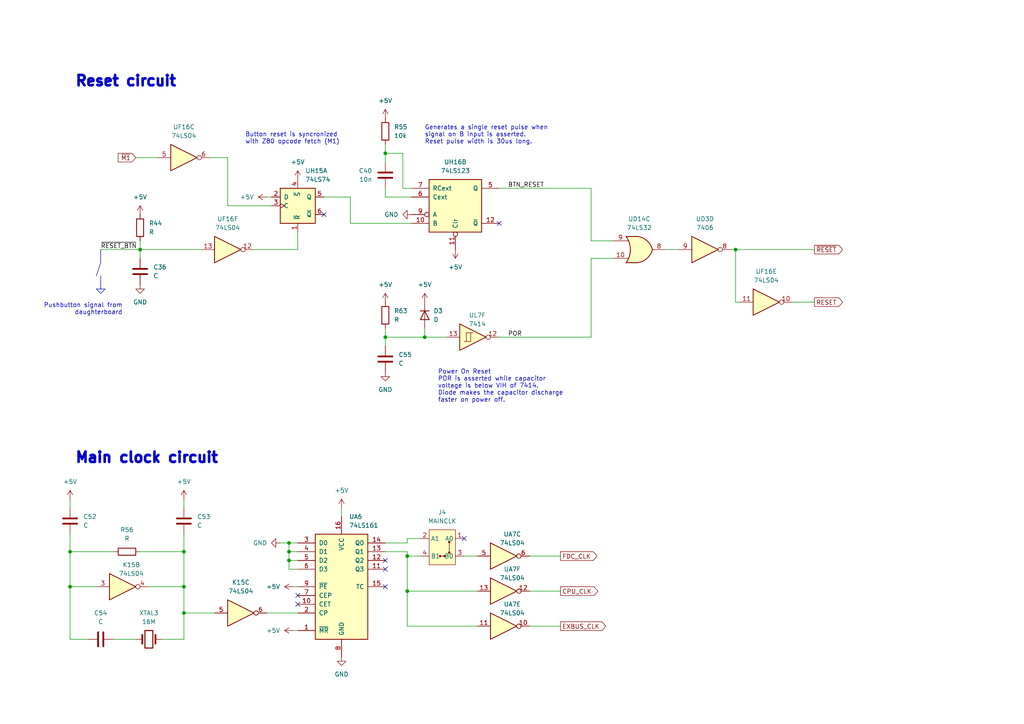
<source format=kicad_sch>
(kicad_sch (version 20230121) (generator eeschema)
  (paper "A4")
  (title_block (title "CEDA - Sanco 8003 schematics") (rev "05") (company "Logic Systems Int'l Inc") (comment 1 "reversed by RetrOfficina - retrofficina.glgprograms.it") (comment 4 "Main clock and reset"))
  (lib_symbols
    (symbol "74xx:74LS04"
      (property "Reference" "U" (at 0 1.27 0))
      (property "Value" "74LS04" (at 0 -1.27 0))
      (symbol "74LS04_1_0"
        (polyline (pts (xy -3.81 3.81) (xy -3.81 -3.81) (xy 3.81 0) (xy -3.81 3.81)) (stroke (width 0.254)) (fill (type background)))
        (pin input line (at -7.62 0 0) (length 3.81) (name "~") (number "1"))
        (pin output inverted (at 7.62 0 180) (length 3.81) (name "~") (number "2"))
      )
      (symbol "74LS04_2_0"
        (polyline (pts (xy -3.81 3.81) (xy -3.81 -3.81) (xy 3.81 0) (xy -3.81 3.81)) (stroke (width 0.254)) (fill (type background)))
        (pin input line (at -7.62 0 0) (length 3.81) (name "~") (number "3"))
        (pin output inverted (at 7.62 0 180) (length 3.81) (name "~") (number "4"))
      )
      (symbol "74LS04_3_0"
        (polyline (pts (xy -3.81 3.81) (xy -3.81 -3.81) (xy 3.81 0) (xy -3.81 3.81)) (stroke (width 0.254)) (fill (type background)))
        (pin input line (at -7.62 0 0) (length 3.81) (name "~") (number "5"))
        (pin output inverted (at 7.62 0 180) (length 3.81) (name "~") (number "6"))
      )
      (symbol "74LS04_4_0"
        (polyline (pts (xy -3.81 3.81) (xy -3.81 -3.81) (xy 3.81 0) (xy -3.81 3.81)) (stroke (width 0.254)) (fill (type background)))
        (pin output inverted (at 7.62 0 180) (length 3.81) (name "~") (number "8"))
        (pin input line (at -7.62 0 0) (length 3.81) (name "~") (number "9"))
      )
      (symbol "74LS04_5_0"
        (polyline (pts (xy -3.81 3.81) (xy -3.81 -3.81) (xy 3.81 0) (xy -3.81 3.81)) (stroke (width 0.254)) (fill (type background)))
        (pin output inverted (at 7.62 0 180) (length 3.81) (name "~") (number "10"))
        (pin input line (at -7.62 0 0) (length 3.81) (name "~") (number "11"))
      )
      (symbol "74LS04_6_0"
        (polyline (pts (xy -3.81 3.81) (xy -3.81 -3.81) (xy 3.81 0) (xy -3.81 3.81)) (stroke (width 0.254)) (fill (type background)))
        (pin output inverted (at 7.62 0 180) (length 3.81) (name "~") (number "12"))
        (pin input line (at -7.62 0 0) (length 3.81) (name "~") (number "13"))
      )
      (symbol "74LS04_7_0"
        (pin power_in line (at 0 12.7 270) (length 5.08) (name "VCC") (number "14"))
        (pin power_in line (at 0 -12.7 90) (length 5.08) (name "GND") (number "7"))
      )
      (symbol "74LS04_7_1"
        (rectangle (start -5.08 7.62) (end 5.08 -7.62) (stroke (width 0.254)) (fill (type background)))
      )
    )
    (symbol "74xx:74LS06" (pin_names (offset 1.016))
      (property "Reference" "U" (at 0 1.27 0))
      (property "Value" "74LS06" (at 0 -1.27 0))
      (symbol "74LS06_1_0"
        (polyline (pts (xy -3.81 3.81) (xy -3.81 -3.81) (xy 3.81 0) (xy -3.81 3.81)) (stroke (width 0.254)) (fill (type background)))
        (pin input line (at -7.62 0 0) (length 3.81) (name "~") (number "1"))
        (pin open_collector inverted (at 7.62 0 180) (length 3.81) (name "~") (number "2"))
      )
      (symbol "74LS06_2_0"
        (polyline (pts (xy -3.81 3.81) (xy -3.81 -3.81) (xy 3.81 0) (xy -3.81 3.81)) (stroke (width 0.254)) (fill (type background)))
        (pin input line (at -7.62 0 0) (length 3.81) (name "~") (number "3"))
        (pin open_collector inverted (at 7.62 0 180) (length 3.81) (name "~") (number "4"))
      )
      (symbol "74LS06_3_0"
        (polyline (pts (xy -3.81 3.81) (xy -3.81 -3.81) (xy 3.81 0) (xy -3.81 3.81)) (stroke (width 0.254)) (fill (type background)))
        (pin input line (at -7.62 0 0) (length 3.81) (name "~") (number "5"))
        (pin open_collector inverted (at 7.62 0 180) (length 3.81) (name "~") (number "6"))
      )
      (symbol "74LS06_4_0"
        (polyline (pts (xy -3.81 3.81) (xy -3.81 -3.81) (xy 3.81 0) (xy -3.81 3.81)) (stroke (width 0.254)) (fill (type background)))
        (pin open_collector inverted (at 7.62 0 180) (length 3.81) (name "~") (number "8"))
        (pin input line (at -7.62 0 0) (length 3.81) (name "~") (number "9"))
      )
      (symbol "74LS06_5_0"
        (polyline (pts (xy -3.81 3.81) (xy -3.81 -3.81) (xy 3.81 0) (xy -3.81 3.81)) (stroke (width 0.254)) (fill (type background)))
        (pin open_collector inverted (at 7.62 0 180) (length 3.81) (name "~") (number "10"))
        (pin input line (at -7.62 0 0) (length 3.81) (name "~") (number "11"))
      )
      (symbol "74LS06_6_0"
        (polyline (pts (xy -3.81 3.81) (xy -3.81 -3.81) (xy 3.81 0) (xy -3.81 3.81)) (stroke (width 0.254)) (fill (type background)))
        (pin open_collector inverted (at 7.62 0 180) (length 3.81) (name "~") (number "12"))
        (pin input line (at -7.62 0 0) (length 3.81) (name "~") (number "13"))
      )
      (symbol "74LS06_7_0"
        (pin power_in line (at 0 12.7 270) (length 5.08) (name "VCC") (number "14"))
        (pin power_in line (at 0 -12.7 90) (length 5.08) (name "GND") (number "7"))
      )
      (symbol "74LS06_7_1"
        (rectangle (start -5.08 7.62) (end 5.08 -7.62) (stroke (width 0.254)) (fill (type background)))
      )
    )
    (symbol "74xx:74LS123" (pin_names (offset 1.016))
      (property "Reference" "U" (at -7.62 8.89 0))
      (property "Value" "74LS123" (at -7.62 -8.89 0))
      (symbol "74LS123_1_0"
        (pin input inverted (at -12.7 -2.54 0) (length 5.08) (name "A") (number "1"))
        (pin output line (at 12.7 5.08 180) (length 5.08) (name "Q") (number "13"))
        (pin input line (at -12.7 2.54 0) (length 5.08) (name "Cext") (number "14"))
        (pin input line (at -12.7 5.08 0) (length 5.08) (name "RCext") (number "15"))
        (pin input line (at -12.7 -5.08 0) (length 5.08) (name "B") (number "2"))
        (pin input inverted (at 0 -12.7 90) (length 5.08) (name "Clr") (number "3"))
        (pin output line (at 12.7 -5.08 180) (length 5.08) (name "~{Q}") (number "4"))
      )
      (symbol "74LS123_1_1"
        (rectangle (start -7.62 7.62) (end 7.62 -7.62) (stroke (width 0.254)) (fill (type background)))
      )
      (symbol "74LS123_2_0"
        (pin input line (at -12.7 -5.08 0) (length 5.08) (name "B") (number "10"))
        (pin input inverted (at 0 -12.7 90) (length 5.08) (name "Clr") (number "11"))
        (pin output line (at 12.7 -5.08 180) (length 5.08) (name "~{Q}") (number "12"))
        (pin output line (at 12.7 5.08 180) (length 5.08) (name "Q") (number "5"))
        (pin input line (at -12.7 2.54 0) (length 5.08) (name "Cext") (number "6"))
        (pin input line (at -12.7 5.08 0) (length 5.08) (name "RCext") (number "7"))
        (pin input inverted (at -12.7 -2.54 0) (length 5.08) (name "A") (number "9"))
      )
      (symbol "74LS123_2_1"
        (rectangle (start -7.62 7.62) (end 7.62 -7.62) (stroke (width 0.254)) (fill (type background)))
      )
      (symbol "74LS123_3_0"
        (pin power_in line (at 0 12.7 270) (length 5.08) (name "VCC") (number "16"))
        (pin power_in line (at 0 -12.7 90) (length 5.08) (name "GND") (number "8"))
      )
      (symbol "74LS123_3_1"
        (rectangle (start -5.08 7.62) (end 5.08 -7.62) (stroke (width 0.254)) (fill (type background)))
      )
    )
    (symbol "74xx:74LS14" (pin_names (offset 1.016))
      (property "Reference" "U" (at 0 1.27 0))
      (property "Value" "74LS14" (at 0 -1.27 0))
      (symbol "74LS14_1_0"
        (polyline (pts (xy -3.81 3.81) (xy -3.81 -3.81) (xy 3.81 0) (xy -3.81 3.81)) (stroke (width 0.254)) (fill (type background)))
        (pin input line (at -7.62 0 0) (length 3.81) (name "~") (number "1"))
        (pin output inverted (at 7.62 0 180) (length 3.81) (name "~") (number "2"))
      )
      (symbol "74LS14_1_1"
        (polyline (pts (xy -1.905 -1.27) (xy -1.905 1.27) (xy -0.635 1.27)))
        (polyline (pts (xy -2.54 -1.27) (xy -0.635 -1.27) (xy -0.635 1.27) (xy 0 1.27)))
      )
      (symbol "74LS14_2_0"
        (polyline (pts (xy -3.81 3.81) (xy -3.81 -3.81) (xy 3.81 0) (xy -3.81 3.81)) (stroke (width 0.254)) (fill (type background)))
        (pin input line (at -7.62 0 0) (length 3.81) (name "~") (number "3"))
        (pin output inverted (at 7.62 0 180) (length 3.81) (name "~") (number "4"))
      )
      (symbol "74LS14_2_1"
        (polyline (pts (xy -1.905 -1.27) (xy -1.905 1.27) (xy -0.635 1.27)))
        (polyline (pts (xy -2.54 -1.27) (xy -0.635 -1.27) (xy -0.635 1.27) (xy 0 1.27)))
      )
      (symbol "74LS14_3_0"
        (polyline (pts (xy -3.81 3.81) (xy -3.81 -3.81) (xy 3.81 0) (xy -3.81 3.81)) (stroke (width 0.254)) (fill (type background)))
        (pin input line (at -7.62 0 0) (length 3.81) (name "~") (number "5"))
        (pin output inverted (at 7.62 0 180) (length 3.81) (name "~") (number "6"))
      )
      (symbol "74LS14_3_1"
        (polyline (pts (xy -1.905 -1.27) (xy -1.905 1.27) (xy -0.635 1.27)))
        (polyline (pts (xy -2.54 -1.27) (xy -0.635 -1.27) (xy -0.635 1.27) (xy 0 1.27)))
      )
      (symbol "74LS14_4_0"
        (polyline (pts (xy -3.81 3.81) (xy -3.81 -3.81) (xy 3.81 0) (xy -3.81 3.81)) (stroke (width 0.254)) (fill (type background)))
        (pin output inverted (at 7.62 0 180) (length 3.81) (name "~") (number "8"))
        (pin input line (at -7.62 0 0) (length 3.81) (name "~") (number "9"))
      )
      (symbol "74LS14_4_1"
        (polyline (pts (xy -1.905 -1.27) (xy -1.905 1.27) (xy -0.635 1.27)))
        (polyline (pts (xy -2.54 -1.27) (xy -0.635 -1.27) (xy -0.635 1.27) (xy 0 1.27)))
      )
      (symbol "74LS14_5_0"
        (polyline (pts (xy -3.81 3.81) (xy -3.81 -3.81) (xy 3.81 0) (xy -3.81 3.81)) (stroke (width 0.254)) (fill (type background)))
        (pin output inverted (at 7.62 0 180) (length 3.81) (name "~") (number "10"))
        (pin input line (at -7.62 0 0) (length 3.81) (name "~") (number "11"))
      )
      (symbol "74LS14_5_1"
        (polyline (pts (xy -1.905 -1.27) (xy -1.905 1.27) (xy -0.635 1.27)))
        (polyline (pts (xy -2.54 -1.27) (xy -0.635 -1.27) (xy -0.635 1.27) (xy 0 1.27)))
      )
      (symbol "74LS14_6_0"
        (polyline (pts (xy -3.81 3.81) (xy -3.81 -3.81) (xy 3.81 0) (xy -3.81 3.81)) (stroke (width 0.254)) (fill (type background)))
        (pin output inverted (at 7.62 0 180) (length 3.81) (name "~") (number "12"))
        (pin input line (at -7.62 0 0) (length 3.81) (name "~") (number "13"))
      )
      (symbol "74LS14_6_1"
        (polyline (pts (xy -1.905 -1.27) (xy -1.905 1.27) (xy -0.635 1.27)))
        (polyline (pts (xy -2.54 -1.27) (xy -0.635 -1.27) (xy -0.635 1.27) (xy 0 1.27)))
      )
      (symbol "74LS14_7_0"
        (pin power_in line (at 0 12.7 270) (length 5.08) (name "VCC") (number "14"))
        (pin power_in line (at 0 -12.7 90) (length 5.08) (name "GND") (number "7"))
      )
      (symbol "74LS14_7_1"
        (rectangle (start -5.08 7.62) (end 5.08 -7.62) (stroke (width 0.254)) (fill (type background)))
      )
    )
    (symbol "74xx:74LS161" (pin_names (offset 1.016))
      (property "Reference" "U" (at -7.62 16.51 0))
      (property "Value" "74LS161" (at -7.62 -16.51 0))
      (symbol "74LS161_1_0"
        (pin input line (at -12.7 -12.7 0) (length 5.08) (name "~{MR}") (number "1"))
        (pin input line (at -12.7 -5.08 0) (length 5.08) (name "CET") (number "10"))
        (pin output line (at 12.7 5.08 180) (length 5.08) (name "Q3") (number "11"))
        (pin output line (at 12.7 7.62 180) (length 5.08) (name "Q2") (number "12"))
        (pin output line (at 12.7 10.16 180) (length 5.08) (name "Q1") (number "13"))
        (pin output line (at 12.7 12.7 180) (length 5.08) (name "Q0") (number "14"))
        (pin output line (at 12.7 0 180) (length 5.08) (name "TC") (number "15"))
        (pin power_in line (at 0 20.32 270) (length 5.08) (name "VCC") (number "16"))
        (pin input line (at -12.7 -7.62 0) (length 5.08) (name "CP") (number "2"))
        (pin input line (at -12.7 12.7 0) (length 5.08) (name "D0") (number "3"))
        (pin input line (at -12.7 10.16 0) (length 5.08) (name "D1") (number "4"))
        (pin input line (at -12.7 7.62 0) (length 5.08) (name "D2") (number "5"))
        (pin input line (at -12.7 5.08 0) (length 5.08) (name "D3") (number "6"))
        (pin input line (at -12.7 -2.54 0) (length 5.08) (name "CEP") (number "7"))
        (pin power_in line (at 0 -20.32 90) (length 5.08) (name "GND") (number "8"))
        (pin input line (at -12.7 0 0) (length 5.08) (name "~{PE}") (number "9"))
      )
      (symbol "74LS161_1_1"
        (rectangle (start -7.62 15.24) (end 7.62 -15.24) (stroke (width 0.254)) (fill (type background)))
      )
    )
    (symbol "74xx:74LS32" (pin_names (offset 1.016))
      (property "Reference" "U" (at 0 1.27 0))
      (property "Value" "74LS32" (at 0 -1.27 0))
      (symbol "74LS32_1_1"
        (arc (start -3.81 -3.81) (mid -2.589 0) (end -3.81 3.81) (stroke (width 0.254)))
        (arc (start -0.6096 -3.81) (mid 2.1842 -2.5851) (end 3.81 0) (stroke (width 0.254)) (fill (type background)))
        (polyline (pts (xy -3.81 -3.81) (xy -0.635 -3.81)) (stroke (width 0.254)) (fill (type background)))
        (polyline (pts (xy -3.81 3.81) (xy -0.635 3.81)) (stroke (width 0.254)) (fill (type background)))
        (polyline (pts (xy -0.635 3.81) (xy -3.81 3.81) (xy -3.81 3.81) (xy -3.556 3.4036) (xy -3.0226 2.2606) (xy -2.6924 1.0414) (xy -2.6162 -0.254) (xy -2.7686 -1.4986) (xy -3.175 -2.7178) (xy -3.81 -3.81) (xy -3.81 -3.81) (xy -0.635 -3.81)) (stroke (width -25.4)) (fill (type background)))
        (arc (start 3.81 0) (mid 2.1915 2.5936) (end -0.6096 3.81) (stroke (width 0.254)) (fill (type background)))
        (pin input line (at -7.62 2.54 0) (length 4.318) (name "~") (number "1"))
        (pin input line (at -7.62 -2.54 0) (length 4.318) (name "~") (number "2"))
        (pin output line (at 7.62 0 180) (length 3.81) (name "~") (number "3"))
      )
      (symbol "74LS32_1_2"
        (arc (start 0 -3.81) (mid 3.7934 0) (end 0 3.81) (stroke (width 0.254)) (fill (type background)))
        (polyline (pts (xy 0 3.81) (xy -3.81 3.81) (xy -3.81 -3.81) (xy 0 -3.81)) (stroke (width 0.254)) (fill (type background)))
        (pin input inverted (at -7.62 2.54 0) (length 3.81) (name "~") (number "1"))
        (pin input inverted (at -7.62 -2.54 0) (length 3.81) (name "~") (number "2"))
        (pin output inverted (at 7.62 0 180) (length 3.81) (name "~") (number "3"))
      )
      (symbol "74LS32_2_1"
        (arc (start -3.81 -3.81) (mid -2.589 0) (end -3.81 3.81) (stroke (width 0.254)))
        (arc (start -0.6096 -3.81) (mid 2.1842 -2.5851) (end 3.81 0) (stroke (width 0.254)) (fill (type background)))
        (polyline (pts (xy -3.81 -3.81) (xy -0.635 -3.81)) (stroke (width 0.254)) (fill (type background)))
        (polyline (pts (xy -3.81 3.81) (xy -0.635 3.81)) (stroke (width 0.254)) (fill (type background)))
        (polyline (pts (xy -0.635 3.81) (xy -3.81 3.81) (xy -3.81 3.81) (xy -3.556 3.4036) (xy -3.0226 2.2606) (xy -2.6924 1.0414) (xy -2.6162 -0.254) (xy -2.7686 -1.4986) (xy -3.175 -2.7178) (xy -3.81 -3.81) (xy -3.81 -3.81) (xy -0.635 -3.81)) (stroke (width -25.4)) (fill (type background)))
        (arc (start 3.81 0) (mid 2.1915 2.5936) (end -0.6096 3.81) (stroke (width 0.254)) (fill (type background)))
        (pin input line (at -7.62 2.54 0) (length 4.318) (name "~") (number "4"))
        (pin input line (at -7.62 -2.54 0) (length 4.318) (name "~") (number "5"))
        (pin output line (at 7.62 0 180) (length 3.81) (name "~") (number "6"))
      )
      (symbol "74LS32_2_2"
        (arc (start 0 -3.81) (mid 3.7934 0) (end 0 3.81) (stroke (width 0.254)) (fill (type background)))
        (polyline (pts (xy 0 3.81) (xy -3.81 3.81) (xy -3.81 -3.81) (xy 0 -3.81)) (stroke (width 0.254)) (fill (type background)))
        (pin input inverted (at -7.62 2.54 0) (length 3.81) (name "~") (number "4"))
        (pin input inverted (at -7.62 -2.54 0) (length 3.81) (name "~") (number "5"))
        (pin output inverted (at 7.62 0 180) (length 3.81) (name "~") (number "6"))
      )
      (symbol "74LS32_3_1"
        (arc (start -3.81 -3.81) (mid -2.589 0) (end -3.81 3.81) (stroke (width 0.254)))
        (arc (start -0.6096 -3.81) (mid 2.1842 -2.5851) (end 3.81 0) (stroke (width 0.254)) (fill (type background)))
        (polyline (pts (xy -3.81 -3.81) (xy -0.635 -3.81)) (stroke (width 0.254)) (fill (type background)))
        (polyline (pts (xy -3.81 3.81) (xy -0.635 3.81)) (stroke (width 0.254)) (fill (type background)))
        (polyline (pts (xy -0.635 3.81) (xy -3.81 3.81) (xy -3.81 3.81) (xy -3.556 3.4036) (xy -3.0226 2.2606) (xy -2.6924 1.0414) (xy -2.6162 -0.254) (xy -2.7686 -1.4986) (xy -3.175 -2.7178) (xy -3.81 -3.81) (xy -3.81 -3.81) (xy -0.635 -3.81)) (stroke (width -25.4)) (fill (type background)))
        (arc (start 3.81 0) (mid 2.1915 2.5936) (end -0.6096 3.81) (stroke (width 0.254)) (fill (type background)))
        (pin input line (at -7.62 -2.54 0) (length 4.318) (name "~") (number "10"))
        (pin output line (at 7.62 0 180) (length 3.81) (name "~") (number "8"))
        (pin input line (at -7.62 2.54 0) (length 4.318) (name "~") (number "9"))
      )
      (symbol "74LS32_3_2"
        (arc (start 0 -3.81) (mid 3.7934 0) (end 0 3.81) (stroke (width 0.254)) (fill (type background)))
        (polyline (pts (xy 0 3.81) (xy -3.81 3.81) (xy -3.81 -3.81) (xy 0 -3.81)) (stroke (width 0.254)) (fill (type background)))
        (pin input inverted (at -7.62 -2.54 0) (length 3.81) (name "~") (number "10"))
        (pin output inverted (at 7.62 0 180) (length 3.81) (name "~") (number "8"))
        (pin input inverted (at -7.62 2.54 0) (length 3.81) (name "~") (number "9"))
      )
      (symbol "74LS32_4_1"
        (arc (start -3.81 -3.81) (mid -2.589 0) (end -3.81 3.81) (stroke (width 0.254)))
        (arc (start -0.6096 -3.81) (mid 2.1842 -2.5851) (end 3.81 0) (stroke (width 0.254)) (fill (type background)))
        (polyline (pts (xy -3.81 -3.81) (xy -0.635 -3.81)) (stroke (width 0.254)) (fill (type background)))
        (polyline (pts (xy -3.81 3.81) (xy -0.635 3.81)) (stroke (width 0.254)) (fill (type background)))
        (polyline (pts (xy -0.635 3.81) (xy -3.81 3.81) (xy -3.81 3.81) (xy -3.556 3.4036) (xy -3.0226 2.2606) (xy -2.6924 1.0414) (xy -2.6162 -0.254) (xy -2.7686 -1.4986) (xy -3.175 -2.7178) (xy -3.81 -3.81) (xy -3.81 -3.81) (xy -0.635 -3.81)) (stroke (width -25.4)) (fill (type background)))
        (arc (start 3.81 0) (mid 2.1915 2.5936) (end -0.6096 3.81) (stroke (width 0.254)) (fill (type background)))
        (pin output line (at 7.62 0 180) (length 3.81) (name "~") (number "11"))
        (pin input line (at -7.62 2.54 0) (length 4.318) (name "~") (number "12"))
        (pin input line (at -7.62 -2.54 0) (length 4.318) (name "~") (number "13"))
      )
      (symbol "74LS32_4_2"
        (arc (start 0 -3.81) (mid 3.7934 0) (end 0 3.81) (stroke (width 0.254)) (fill (type background)))
        (polyline (pts (xy 0 3.81) (xy -3.81 3.81) (xy -3.81 -3.81) (xy 0 -3.81)) (stroke (width 0.254)) (fill (type background)))
        (pin output inverted (at 7.62 0 180) (length 3.81) (name "~") (number "11"))
        (pin input inverted (at -7.62 2.54 0) (length 3.81) (name "~") (number "12"))
        (pin input inverted (at -7.62 -2.54 0) (length 3.81) (name "~") (number "13"))
      )
      (symbol "74LS32_5_0"
        (pin power_in line (at 0 12.7 270) (length 5.08) (name "VCC") (number "14"))
        (pin power_in line (at 0 -12.7 90) (length 5.08) (name "GND") (number "7"))
      )
      (symbol "74LS32_5_1"
        (rectangle (start -5.08 7.62) (end 5.08 -7.62) (stroke (width 0.254)) (fill (type background)))
      )
    )
    (symbol "74xx:74LS74" (pin_names (offset 1.016))
      (property "Reference" "U" (at -7.62 8.89 0))
      (property "Value" "74LS74" (at -7.62 -8.89 0))
      (symbol "74LS74_1_0"
        (pin input line (at 0 -7.62 90) (length 2.54) (name "~{R}") (number "1"))
        (pin input line (at -7.62 2.54 0) (length 2.54) (name "D") (number "2"))
        (pin input clock (at -7.62 0 0) (length 2.54) (name "C") (number "3"))
        (pin input line (at 0 7.62 270) (length 2.54) (name "~{S}") (number "4"))
        (pin output line (at 7.62 2.54 180) (length 2.54) (name "Q") (number "5"))
        (pin output line (at 7.62 -2.54 180) (length 2.54) (name "~{Q}") (number "6"))
      )
      (symbol "74LS74_1_1"
        (rectangle (start -5.08 5.08) (end 5.08 -5.08) (stroke (width 0.254)) (fill (type background)))
      )
      (symbol "74LS74_2_0"
        (pin input line (at 0 7.62 270) (length 2.54) (name "~{S}") (number "10"))
        (pin input clock (at -7.62 0 0) (length 2.54) (name "C") (number "11"))
        (pin input line (at -7.62 2.54 0) (length 2.54) (name "D") (number "12"))
        (pin input line (at 0 -7.62 90) (length 2.54) (name "~{R}") (number "13"))
        (pin output line (at 7.62 -2.54 180) (length 2.54) (name "~{Q}") (number "8"))
        (pin output line (at 7.62 2.54 180) (length 2.54) (name "Q") (number "9"))
      )
      (symbol "74LS74_2_1"
        (rectangle (start -5.08 5.08) (end 5.08 -5.08) (stroke (width 0.254)) (fill (type background)))
      )
      (symbol "74LS74_3_0"
        (pin power_in line (at 0 10.16 270) (length 2.54) (name "VCC") (number "14"))
        (pin power_in line (at 0 -10.16 90) (length 2.54) (name "GND") (number "7"))
      )
      (symbol "74LS74_3_1"
        (rectangle (start -5.08 7.62) (end 5.08 -7.62) (stroke (width 0.254)) (fill (type background)))
      )
    )
    (symbol "Device:C" (pin_numbers hide) (pin_names (offset 0.254))
      (property "Reference" "C" (at 0.635 2.54 0))
      (property "Value" "C" (at 0.635 -2.54 0))
      (symbol "C_0_1"
        (polyline (pts (xy -2.032 -0.762) (xy 2.032 -0.762)) (stroke (width 0.508)))
        (polyline (pts (xy -2.032 0.762) (xy 2.032 0.762)) (stroke (width 0.508)))
      )
      (symbol "C_1_1"
        (pin passive line (at 0 3.81 270) (length 2.794) (name "~") (number "1"))
        (pin passive line (at 0 -3.81 90) (length 2.794) (name "~") (number "2"))
      )
    )
    (symbol "Device:Crystal" (pin_numbers hide) (pin_names (offset 1.016) hide)
      (property "Reference" "Y" (at 0 3.81 0))
      (property "Value" "Crystal" (at 0 -3.81 0))
      (symbol "Crystal_0_1"
        (rectangle (start -1.143 2.54) (end 1.143 -2.54) (stroke (width 0.3048)))
        (polyline (pts (xy -2.54 0) (xy -1.905 0)))
        (polyline (pts (xy -1.905 -1.27) (xy -1.905 1.27)) (stroke (width 0.508)))
        (polyline (pts (xy 1.905 -1.27) (xy 1.905 1.27)) (stroke (width 0.508)))
        (polyline (pts (xy 2.54 0) (xy 1.905 0)))
      )
      (symbol "Crystal_1_1"
        (pin passive line (at -3.81 0 0) (length 1.27) (name "1") (number "1"))
        (pin passive line (at 3.81 0 180) (length 1.27) (name "2") (number "2"))
      )
    )
    (symbol "Device:D" (pin_numbers hide) (pin_names (offset 1.016) hide)
      (property "Reference" "D" (at 0 2.54 0))
      (property "Value" "D" (at 0 -2.54 0))
      (symbol "D_0_1"
        (polyline (pts (xy -1.27 1.27) (xy -1.27 -1.27)) (stroke (width 0.254)))
        (polyline (pts (xy 1.27 0) (xy -1.27 0)))
        (polyline (pts (xy 1.27 1.27) (xy 1.27 -1.27) (xy -1.27 0) (xy 1.27 1.27)) (stroke (width 0.254)))
      )
      (symbol "D_1_1"
        (pin passive line (at -3.81 0 0) (length 2.54) (name "K") (number "1"))
        (pin passive line (at 3.81 0 180) (length 2.54) (name "A") (number "2"))
      )
    )
    (symbol "Device:R" (pin_numbers hide) (pin_names (offset 0))
      (property "Reference" "R" (at 2.032 0 90))
      (property "Value" "R" (at 0 0 90))
      (symbol "R_0_1"
        (rectangle (start -1.016 -2.54) (end 1.016 2.54) (stroke (width 0.254)))
      )
      (symbol "R_1_1"
        (pin passive line (at 0 3.81 270) (length 1.27) (name "~") (number "1"))
        (pin passive line (at 0 -3.81 90) (length 1.27) (name "~") (number "2"))
      )
    )
    (symbol "ceda:MAINCLK"
      (property "Reference" "J" (at 3.81 0 0))
      (property "Value" "MAINCLK" (at -12.7 0 0))
      (symbol "MAINCLK_0_1"
        (rectangle (start -7.62 3.81) (end 2.54 -3.81) (stroke (width 0.1524)) (fill (type background)))
      )
      (symbol "MAINCLK_1_1"
        (circle (center -4.064 2.032) (radius 0.254) (fill (type outline)))
        (circle (center -1.016 2.032) (radius 0.254) (fill (type outline)))
        (circle (center 0 -0.635) (radius 0.254) (fill (type outline)))
        (polyline (pts (xy -4.064 2.032) (xy -1.016 2.032)))
        (polyline (pts (xy 0 0.762) (xy 0 -0.635)))
        (circle (center 0 0.635) (radius 0.254) (fill (type outline)))
        (pin passive line (at -5.08 6.35 270) (length 2.54) (name "A0") (number "1"))
        (pin passive line (at -5.08 -6.35 90) (length 2.54) (name "A1") (number "2"))
        (pin passive line (at 0 6.35 270) (length 2.54) (name "B0") (number "3"))
        (pin passive line (at 0 -6.35 90) (length 2.54) (name "B1") (number "4"))
      )
    )
    (symbol "power:+5V" (power) (pin_names (offset 0))
      (property "Value" "+5V" (at 0 3.556 0))
      (symbol "+5V_0_1"
        (polyline (pts (xy -0.762 1.27) (xy 0 2.54)))
        (polyline (pts (xy 0 0) (xy 0 2.54)))
        (polyline (pts (xy 0 2.54) (xy 0.762 1.27)))
      )
      (symbol "+5V_1_1"
        (pin power_in line (at 0 0 90) (length 0) hide (name "+5V") (number "1"))
      )
    )
    (symbol "power:GND" (power) (pin_names (offset 0))
      (property "Value" "GND" (at 0 -3.81 0))
      (symbol "GND_0_1"
        (polyline (pts (xy 0 0) (xy 0 -1.27) (xy 1.27 -1.27) (xy 0 -2.54) (xy -1.27 -1.27) (xy 0 -1.27)))
      )
      (symbol "GND_1_1"
        (pin power_in line (at 0 0 270) (length 0) hide (name "GND") (number "1"))
      )
    )
  )
  (junction (at 40.64 72.39))
  (junction (at 83.82 162.56))
  (junction (at 53.34 160.02))
  (junction (at 111.76 44.45))
  (junction (at 20.32 160.02))
  (junction (at 53.34 170.18))
  (junction (at 20.32 170.18))
  (junction (at 83.82 160.02))
  (junction (at 213.36 72.39))
  (junction (at 118.11 161.29))
  (junction (at 118.11 171.45))
  (junction (at 123.19 97.79))
  (junction (at 83.82 157.48))
  (junction (at 111.76 97.79))
  (junction (at 53.34 177.8))
  (no_connect (at 111.76 165.1))
  (no_connect (at 86.36 175.26))
  (no_connect (at 93.98 62.23))
  (no_connect (at 86.36 172.72))
  (no_connect (at 111.76 170.18))
  (no_connect (at 134.62 156.21))
  (no_connect (at 111.76 162.56))
  (no_connect (at 144.78 64.77))
  (wire (pts (xy 53.34 170.18) (xy 53.34 177.8)))
  (wire (pts (xy 153.67 171.45) (xy 162.56 171.45)))
  (wire (pts (xy 118.11 171.45) (xy 138.43 171.45)))
  (wire (pts (xy 20.32 185.42) (xy 25.4 185.42)))
  (wire (pts (xy 116.84 54.61) (xy 116.84 44.45)))
  (wire (pts (xy 20.32 147.32) (xy 20.32 144.78)))
  (polyline (pts (xy 27.94 80.01) (xy 29.21 76.2)))
  (wire (pts (xy 20.32 170.18) (xy 27.94 170.18)))
  (wire (pts (xy 213.36 72.39) (xy 236.22 72.39)))
  (wire (pts (xy 101.6 57.15) (xy 101.6 64.77)))
  (wire (pts (xy 118.11 171.45) (xy 118.11 181.61)))
  (wire (pts (xy 123.19 95.25) (xy 123.19 97.79)))
  (wire (pts (xy 20.32 160.02) (xy 20.32 154.94)))
  (wire (pts (xy 118.11 161.29) (xy 118.11 171.45)))
  (wire (pts (xy 93.98 57.15) (xy 101.6 57.15)))
  (wire (pts (xy 86.36 165.1) (xy 83.82 165.1)))
  (wire (pts (xy 83.82 160.02) (xy 83.82 157.48)))
  (wire (pts (xy 39.37 45.72) (xy 45.72 45.72)))
  (polyline (pts (xy 29.21 72.39) (xy 29.21 76.2)))
  (wire (pts (xy 20.32 170.18) (xy 20.32 185.42)))
  (wire (pts (xy 111.76 95.25) (xy 111.76 97.79)))
  (wire (pts (xy 86.36 67.31) (xy 86.36 72.39)))
  (wire (pts (xy 78.74 57.15) (xy 77.47 57.15)))
  (wire (pts (xy 53.34 177.8) (xy 62.23 177.8)))
  (polyline (pts (xy 29.21 83.82) (xy 27.94 83.82)))
  (wire (pts (xy 53.34 160.02) (xy 53.34 170.18)))
  (wire (pts (xy 60.96 45.72) (xy 66.04 45.72)))
  (wire (pts (xy 46.99 185.42) (xy 53.34 185.42)))
  (wire (pts (xy 213.36 72.39) (xy 213.36 87.63)))
  (wire (pts (xy 118.11 161.29) (xy 118.11 160.02)))
  (wire (pts (xy 121.92 161.29) (xy 118.11 161.29)))
  (wire (pts (xy 118.11 156.21) (xy 121.92 156.21)))
  (wire (pts (xy 153.67 181.61) (xy 162.56 181.61)))
  (wire (pts (xy 134.62 161.29) (xy 138.43 161.29)))
  (wire (pts (xy 83.82 162.56) (xy 83.82 160.02)))
  (wire (pts (xy 86.36 72.39) (xy 73.66 72.39)))
  (wire (pts (xy 193.04 72.39) (xy 196.85 72.39)))
  (wire (pts (xy 111.76 44.45) (xy 116.84 44.45)))
  (wire (pts (xy 119.38 57.15) (xy 111.76 57.15)))
  (wire (pts (xy 66.04 59.69) (xy 66.04 45.72)))
  (wire (pts (xy 53.34 177.8) (xy 53.34 185.42)))
  (wire (pts (xy 39.37 185.42) (xy 33.02 185.42)))
  (wire (pts (xy 119.38 54.61) (xy 116.84 54.61)))
  (wire (pts (xy 212.09 72.39) (xy 213.36 72.39)))
  (wire (pts (xy 77.47 177.8) (xy 86.36 177.8)))
  (wire (pts (xy 83.82 165.1) (xy 83.82 162.56)))
  (wire (pts (xy 111.76 54.61) (xy 111.76 57.15)))
  (wire (pts (xy 83.82 162.56) (xy 86.36 162.56)))
  (polyline (pts (xy 27.94 83.82) (xy 29.21 85.09)))
  (wire (pts (xy 111.76 157.48) (xy 118.11 157.48)))
  (wire (pts (xy 81.28 157.48) (xy 83.82 157.48)))
  (wire (pts (xy 40.64 69.85) (xy 40.64 72.39)))
  (wire (pts (xy 138.43 181.61) (xy 118.11 181.61)))
  (wire (pts (xy 29.21 72.39) (xy 40.64 72.39)))
  (wire (pts (xy 111.76 160.02) (xy 118.11 160.02)))
  (polyline (pts (xy 29.21 83.82) (xy 30.48 83.82)))
  (wire (pts (xy 40.64 72.39) (xy 40.64 74.93)))
  (wire (pts (xy 53.34 147.32) (xy 53.34 144.78)))
  (wire (pts (xy 53.34 160.02) (xy 53.34 154.94)))
  (wire (pts (xy 171.45 69.85) (xy 171.45 54.61)))
  (wire (pts (xy 20.32 160.02) (xy 20.32 170.18)))
  (polyline (pts (xy 29.21 85.09) (xy 29.21 85.09)))
  (wire (pts (xy 111.76 97.79) (xy 123.19 97.79)))
  (wire (pts (xy 43.18 170.18) (xy 53.34 170.18)))
  (wire (pts (xy 214.63 87.63) (xy 213.36 87.63)))
  (wire (pts (xy 171.45 74.93) (xy 171.45 97.79)))
  (wire (pts (xy 33.02 160.02) (xy 20.32 160.02)))
  (wire (pts (xy 171.45 54.61) (xy 144.78 54.61)))
  (wire (pts (xy 144.78 97.79) (xy 171.45 97.79)))
  (wire (pts (xy 177.8 74.93) (xy 171.45 74.93)))
  (wire (pts (xy 99.06 149.86) (xy 99.06 147.32)))
  (wire (pts (xy 85.09 170.18) (xy 86.36 170.18)))
  (wire (pts (xy 111.76 41.91) (xy 111.76 44.45)))
  (polyline (pts (xy 29.21 80.01) (xy 29.21 83.82)))
  (wire (pts (xy 229.87 87.63) (xy 236.22 87.63)))
  (wire (pts (xy 123.19 97.79) (xy 129.54 97.79)))
  (wire (pts (xy 85.09 182.88) (xy 86.36 182.88)))
  (wire (pts (xy 162.56 161.29) (xy 153.67 161.29)))
  (wire (pts (xy 53.34 160.02) (xy 40.64 160.02)))
  (wire (pts (xy 111.76 44.45) (xy 111.76 46.99)))
  (wire (pts (xy 171.45 69.85) (xy 177.8 69.85)))
  (wire (pts (xy 40.64 72.39) (xy 58.42 72.39)))
  (wire (pts (xy 118.11 157.48) (xy 118.11 156.21)))
  (wire (pts (xy 101.6 64.77) (xy 119.38 64.77)))
  (wire (pts (xy 83.82 160.02) (xy 86.36 160.02)))
  (wire (pts (xy 78.74 59.69) (xy 66.04 59.69)))
  (wire (pts (xy 83.82 157.48) (xy 86.36 157.48)))
  (wire (pts (xy 111.76 97.79) (xy 111.76 100.33)))
  (polyline (pts (xy 29.21 85.09) (xy 30.48 83.82)))
  (text "Generates a single reset pulse when\nsignal on B input is asserted.\nReset pulse width is 30us long." (at 123.19 41.91 0) (effects (font (size 1.27 1.27)) (justify left bottom)))
  (text "Reset circuit" (at 21.59 25.4 0) (effects (font (size 3 3) (thickness 1) bold) (justify left bottom)))
  (text "Button reset is syncronized\nwith Z80 opcode fetch (M1)" (at 71.12 41.91 0) (effects (font (size 1.27 1.27)) (justify left bottom)))
  (text "Power On Reset\nPOR is asserted while capacitor\nvoltage is below VIH of 7414.\nDiode makes the capacitor discharge\nfaster on power off." (at 127 116.84 0) (effects (font (size 1.27 1.27)) (justify left bottom)))
  (text "Pushbutton signal from\ndaughterboard" (at 35.56 91.44 0) (effects (font (size 1.27 1.27)) (justify right bottom)))
  (text "Main clock circuit" (at 21.59 134.62 0) (effects (font (size 3 3) (thickness 1) bold) (justify left bottom)))
  (label "BTN_RESET" (at 147.32 54.61 0))
  (label "~{RESET_BTN}" (at 29.21 72.39 0))
  (label "POR" (at 147.32 97.79 0))
  (global_label "RESET" (shape output) (at 236.22 87.63 0) (property "Intersheetrefs" "${INTERSHEET_REFS}" (effects hide)))
  (global_label "CPU_CLK" (shape output) (at 162.56 171.45 0) (property "Intersheetrefs" "${INTERSHEET_REFS}" (effects hide)))
  (global_label "~{M1}" (shape input) (at 39.37 45.72 180) (property "Intersheetrefs" "${INTERSHEET_REFS}" (effects hide)))
  (global_label "FDC_CLK" (shape output) (at 162.56 161.29 0) (property "Intersheetrefs" "${INTERSHEET_REFS}" (effects hide)))
  (global_label "EXBUS_CLK" (shape output) (at 162.56 181.61 0) (property "Intersheetrefs" "${INTERSHEET_REFS}" (effects hide)))
  (global_label "~{RESET}" (shape output) (at 236.22 72.39 0) (property "Intersheetrefs" "${INTERSHEET_REFS}" (effects hide)))
  (symbol (lib_id "74xx:74LS14") (at 137.16 97.79 0) (unit 6)
    (property "Reference" "UL7" (at 138.43 91.44 0))
    (property "Value" "7414" (at 138.43 93.98 0))
    (property "Datasheet" "http://www.ti.com/lit/gpn/sn74LS14" (effects hide))
  )
  (symbol (lib_id "power:+5V") (at 123.19 87.63 0) (unit 1)
    (property "Reference" "#PWR059" (effects hide))
    (property "Value" "+5V" (at 123.19 82.55 0))
  )
  (symbol (lib_id "74xx:74LS161") (at 99.06 170.18 0) (unit 1)
    (property "Reference" "UA6" (at 101.2541 149.86 0) (effects (justify left)))
    (property "Value" "74LS161" (at 101.2541 152.4 0) (effects (justify left)))
    (property "Datasheet" "http://www.ti.com/lit/gpn/sn74LS161" (effects hide))
  )
  (symbol (lib_id "power:GND") (at 99.06 190.5 0) (unit 1)
    (property "Reference" "#PWR0232" (effects hide))
    (property "Value" "GND" (at 99.06 195.58 0))
  )
  (symbol (lib_id "74xx:74LS04") (at 53.34 45.72 0) (unit 3)
    (property "Reference" "UF16" (at 53.34 36.83 0))
    (property "Value" "74LS04" (at 53.34 39.37 0))
    (property "Datasheet" "http://www.ti.com/lit/gpn/sn74LS04" (effects hide))
  )
  (symbol (lib_id "power:+5V") (at 20.32 144.78 0) (unit 1)
    (property "Reference" "#PWR0110" (effects hide))
    (property "Value" "+5V" (at 20.32 139.7 0))
  )
  (symbol (lib_id "power:+5V") (at 111.76 87.63 0) (unit 1)
    (property "Reference" "#PWR057" (effects hide))
    (property "Value" "+5V" (at 111.76 82.55 0))
  )
  (symbol (lib_id "power:+5V") (at 85.09 170.18 90) (unit 1)
    (property "Reference" "#PWR0112" (effects hide))
    (property "Value" "+5V" (at 81.28 170.18 90) (effects (justify left)))
  )
  (symbol (lib_id "Device:C") (at 20.32 151.13 180) (unit 1)
    (property "Reference" "C52" (at 24.13 149.86 0) (effects (justify right)))
    (property "Value" "C" (at 24.13 152.4 0) (effects (justify right)))
    (instances (project "ceda" (path "" (reference "C52") (unit 1)) (path "" (reference "C15") (unit 1)) (path "" (reference "C15") (unit 1))) (project "sssssssss" (path "" (reference "C52") (unit 1))))
  )
  (symbol (lib_id "power:GND") (at 119.38 62.23 270) (unit 1)
    (property "Reference" "#PWR056" (effects hide))
    (property "Value" "GND" (at 115.57 62.23 90) (effects (justify right)))
  )
  (symbol (lib_id "power:GND") (at 81.28 157.48 270) (unit 1)
    (property "Reference" "#PWR0233" (effects hide))
    (property "Value" "GND" (at 77.47 157.48 90) (effects (justify right)))
  )
  (symbol (lib_id "74xx:74LS04") (at 146.05 161.29 0) (unit 3)
    (property "Reference" "UA7" (at 148.59 154.94 0))
    (property "Value" "74LS04" (at 148.59 157.48 0))
    (property "Datasheet" "http://www.ti.com/lit/gpn/sn74LS04" (effects hide))
  )
  (symbol (lib_id "74xx:74LS04") (at 222.25 87.63 0) (unit 5)
    (property "Reference" "UF16" (at 222.25 78.74 0))
    (property "Value" "74LS04" (at 222.25 81.28 0))
    (property "Datasheet" "http://www.ti.com/lit/gpn/sn74LS04" (effects hide))
  )
  (symbol (lib_id "74xx:74LS32") (at 185.42 72.39 0) (unit 3)
    (property "Reference" "UD14" (at 185.42 63.5 0))
    (property "Value" "74LS32" (at 185.42 66.04 0))
    (property "Datasheet" "http://www.ti.com/lit/gpn/sn74LS32" (effects hide))
  )
  (symbol (lib_id "power:GND") (at 111.76 107.95 0) (unit 1)
    (property "Reference" "#PWR058" (effects hide))
    (property "Value" "GND" (at 111.76 113.03 0))
  )
  (symbol (lib_id "Device:R") (at 111.76 91.44 0) (unit 1)
    (property "Reference" "R63" (at 114.3 90.17 0) (effects (justify left)))
    (property "Value" "R" (at 114.3 92.71 0) (effects (justify left)))
  )
  (symbol (lib_id "power:GND") (at 40.64 82.55 0) (unit 1)
    (property "Reference" "#PWR054" (effects hide))
    (property "Value" "GND" (at 40.64 87.63 0))
  )
  (symbol (lib_id "power:+5V") (at 111.76 34.29 0) (unit 1)
    (property "Reference" "#PWR052" (effects hide))
    (property "Value" "+5V" (at 111.76 29.21 0))
  )
  (symbol (lib_id "74xx:74LS06") (at 204.47 72.39 0) (unit 4)
    (property "Reference" "UD3" (at 204.47 63.5 0))
    (property "Value" "7406" (at 204.47 66.04 0))
    (property "Datasheet" "http://www.ti.com/lit/gpn/sn74LS06" (effects hide))
  )
  (symbol (lib_id "power:+5V") (at 86.36 52.07 0) (unit 1)
    (property "Reference" "#PWR060" (effects hide))
    (property "Value" "+5V" (at 86.36 46.99 0))
  )
  (symbol (lib_id "Device:C") (at 29.21 185.42 270) (mirror x) (unit 1)
    (property "Reference" "C54" (at 29.21 177.8 90))
    (property "Value" "C" (at 29.21 180.34 90))
    (instances (project "ceda" (path "" (reference "C54") (unit 1)) (path "" (reference "C14") (unit 1)) (path "" (reference "C14") (unit 1))) (project "sssssssss" (path "" (reference "C54") (unit 1))))
  )
  (symbol (lib_id "74xx:74LS123") (at 132.08 59.69 0) (unit 2)
    (property "Reference" "UH16" (at 132.08 46.99 0))
    (property "Value" "74LS123" (at 132.08 49.53 0))
    (property "Datasheet" "http://www.ti.com/lit/gpn/sn74LS123" (effects hide))
  )
  (symbol (lib_id "Device:D") (at 123.19 91.44 270) (unit 1)
    (property "Reference" "D3" (at 125.73 90.17 90) (effects (justify left)))
    (property "Value" "D" (at 125.73 92.71 90) (effects (justify left)))
    (property "Sim.Device" "D" (effects hide))
    (property "Sim.Pins" "1=K 2=A" (effects hide))
  )
  (symbol (lib_id "Device:C") (at 111.76 50.8 0) (unit 1)
    (property "Reference" "C40" (at 107.95 49.53 0) (effects (justify right)))
    (property "Value" "10n" (at 107.95 52.07 0) (effects (justify right)))
  )
  (symbol (lib_id "power:+5V") (at 132.08 72.39 180) (unit 1)
    (property "Reference" "#PWR055" (effects hide))
    (property "Value" "+5V" (at 132.08 77.47 0))
  )
  (symbol (lib_id "74xx:74LS04") (at 66.04 72.39 0) (unit 6)
    (property "Reference" "UF16" (at 66.04 63.5 0))
    (property "Value" "74LS04" (at 66.04 66.04 0))
    (property "Datasheet" "http://www.ti.com/lit/gpn/sn74LS04" (effects hide))
  )
  (symbol (lib_id "Device:C") (at 111.76 104.14 0) (unit 1)
    (property "Reference" "C55" (at 115.57 102.87 0) (effects (justify left)))
    (property "Value" "C" (at 115.57 105.41 0) (effects (justify left)))
  )
  (symbol (lib_id "74xx:74LS04") (at 146.05 181.61 0) (unit 5)
    (property "Reference" "UA7" (at 148.59 175.26 0))
    (property "Value" "74LS04" (at 148.59 177.8 0))
    (property "Datasheet" "http://www.ti.com/lit/gpn/sn74LS04" (effects hide))
  )
  (symbol (lib_id "74xx:74LS04") (at 35.56 170.18 0) (unit 2)
    (property "Reference" "K15" (at 38.1 163.83 0))
    (property "Value" "74LS04" (at 38.1 166.37 0))
    (property "Datasheet" "http://www.ti.com/lit/gpn/sn74LS04" (effects hide))
    (instances (project "ceda" (path "" (reference "K15") (unit 2)) (path "" (reference "UA7") (unit 2)) (path "" (reference "UA7") (unit 2))) (project "sssssssss" (path "" (reference "K15") (unit 2))))
  )
  (symbol (lib_id "74xx:74LS04") (at 146.05 171.45 0) (unit 6)
    (property "Reference" "UA7" (at 148.59 165.1 0))
    (property "Value" "74LS04" (at 148.59 167.64 0))
    (property "Datasheet" "http://www.ti.com/lit/gpn/sn74LS04" (effects hide))
  )
  (symbol (lib_id "Device:R") (at 111.76 38.1 0) (unit 1)
    (property "Reference" "R55" (at 114.3 36.83 0) (effects (justify left)))
    (property "Value" "10k" (at 114.3 39.37 0) (effects (justify left)))
  )
  (symbol (lib_id "power:+5V") (at 85.09 182.88 90) (unit 1)
    (property "Reference" "#PWR0113" (effects hide))
    (property "Value" "+5V" (at 81.28 182.88 90) (effects (justify left)))
  )
  (symbol (lib_id "Device:C") (at 53.34 151.13 180) (unit 1)
    (property "Reference" "C53" (at 57.15 149.86 0) (effects (justify right)))
    (property "Value" "C" (at 57.15 152.4 0) (effects (justify right)))
    (instances (project "ceda" (path "" (reference "C53") (unit 1)) (path "" (reference "C12") (unit 1)) (path "" (reference "C12") (unit 1))) (project "sssssssss" (path "" (reference "C53") (unit 1))))
  )
  (symbol (lib_id "power:+5V") (at 77.47 57.15 90) (unit 1)
    (property "Reference" "#PWR061" (effects hide))
    (property "Value" "+5V" (at 73.66 57.15 90) (effects (justify left)))
  )
  (symbol (lib_id "power:+5V") (at 40.64 62.23 0) (unit 1)
    (property "Reference" "#PWR053" (effects hide))
    (property "Value" "+5V" (at 40.64 57.15 0))
  )
  (symbol (lib_id "74xx:74LS04") (at 69.85 177.8 0) (unit 3)
    (property "Reference" "K15" (at 69.85 168.91 0))
    (property "Value" "74LS04" (at 69.85 171.45 0))
    (property "Datasheet" "http://www.ti.com/lit/gpn/sn74LS04" (effects hide))
    (instances (project "ceda" (path "" (reference "K15") (unit 3)) (path "" (reference "UA7") (unit 1)) (path "" (reference "UA7") (unit 1))) (project "sssssssss" (path "" (reference "K15") (unit 3))))
  )
  (symbol (lib_id "Device:R") (at 36.83 160.02 270) (mirror x) (unit 1)
    (property "Reference" "R56" (at 36.83 153.67 90))
    (property "Value" "R" (at 36.83 156.21 90))
    (instances (project "ceda" (path "" (reference "R56") (unit 1)) (path "" (reference "R17") (unit 1)) (path "" (reference "R17") (unit 1))) (project "sssssssss" (path "" (reference "R56") (unit 1))))
  )
  (symbol (lib_id "74xx:74LS74") (at 86.36 59.69 0) (unit 1)
    (property "Reference" "UH15" (at 88.5541 49.53 0) (effects (justify left)))
    (property "Value" "74LS74" (at 88.5541 52.07 0) (effects (justify left)))
    (property "Datasheet" "74xx/74hc_hct74.pdf" (effects hide))
  )
  (symbol (lib_id "power:+5V") (at 99.06 147.32 0) (unit 1)
    (property "Reference" "#PWR0111" (effects hide))
    (property "Value" "+5V" (at 99.06 142.24 0))
    (instances (project "ceda" (path "" (reference "#PWR0111") (unit 1)) (path "" (reference "#PWR0231") (unit 1))))
  )
  (symbol (lib_id "ceda:MAINCLK") (at 128.27 161.29 270) (unit 1)
    (property "Reference" "J4" (at 128.27 148.59 90))
    (property "Value" "MAINCLK" (at 128.27 151.13 90))
  )
  (symbol (lib_id "Device:C") (at 40.64 78.74 0) (unit 1)
    (property "Reference" "C36" (at 44.45 77.47 0) (effects (justify left)))
    (property "Value" "C" (at 44.45 80.01 0) (effects (justify left)))
  )
  (symbol (lib_id "Device:Crystal") (at 43.18 185.42 0) (mirror x) (unit 1)
    (property "Reference" "XTAL3" (at 43.18 177.8 0))
    (property "Value" "16M" (at 43.18 180.34 0))
    (instances (project "ceda" (path "" (reference "XTAL3") (unit 1)) (path "" (reference "XTAL1") (unit 1)) (path "" (reference "XTAL3") (unit 1))) (project "sssssssss" (path "" (reference "XTAL3") (unit 1))))
  )
  (symbol (lib_id "Device:R") (at 40.64 66.04 0) (unit 1)
    (property "Reference" "R44" (at 43.18 64.77 0) (effects (justify left)))
    (property "Value" "R" (at 43.18 67.31 0) (effects (justify left)))
  )
  (symbol (lib_id "power:+5V") (at 53.34 144.78 0) (unit 1)
    (property "Reference" "#PWR0111" (effects hide))
    (property "Value" "+5V" (at 53.34 139.7 0))
  )
)
</source>
